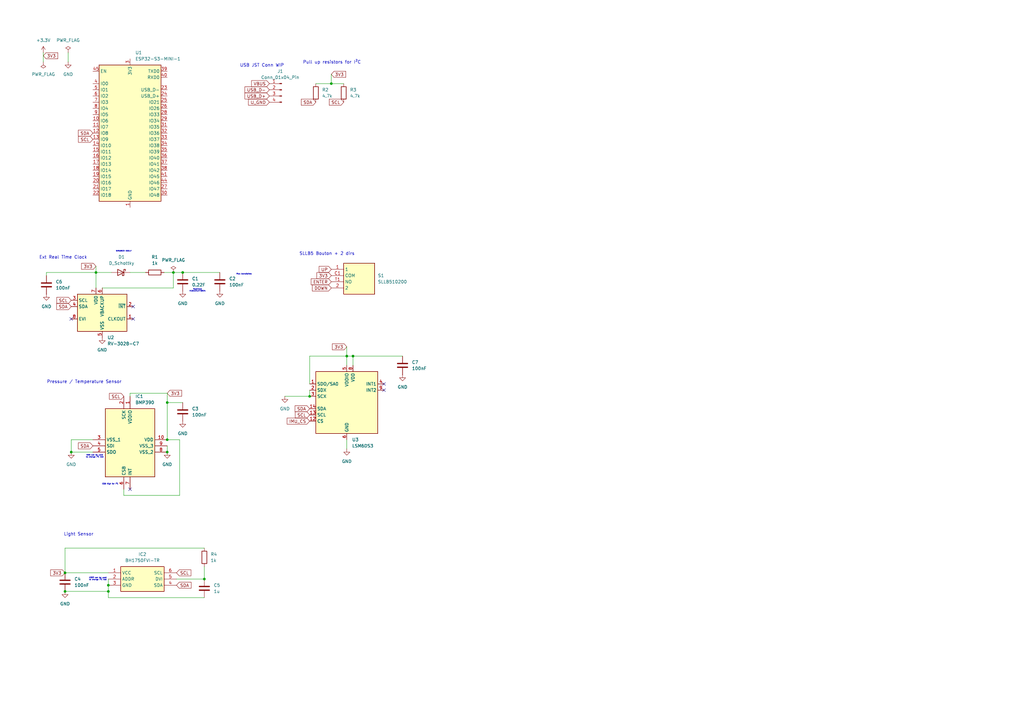
<source format=kicad_sch>
(kicad_sch (version 20250114) (generator "eeschema") (generator_version "9.0")
  (paper "A3")
  (title_block (title "JWatch") (date "2025-08-12") (rev "1.0") (company "Julien Navez"))
  (lib_symbols
    (symbol "BH1750FVI-TR:BH1750FVI-TR"
      (property "Reference" "IC" (at 24.13 7.62 0))
      (property "Value" "BH1750FVI-TR" (at 24.13 5.08 0))
      (symbol "BH1750FVI-TR_1_1"
        (rectangle (start 5.08 2.54) (end 22.86 -7.62) (stroke (width 0.254)) (fill (type background)))
        (pin passive line (at 0 0 0) (length 5.08) (name "VCC") (number "1"))
        (pin passive line (at 0 -2.54 0) (length 5.08) (name "ADDR") (number "2"))
        (pin passive line (at 0 -5.08 0) (length 5.08) (name "GND") (number "3"))
        (pin passive line (at 27.94 0 180) (length 5.08) (name "SCL") (number "6"))
        (pin passive line (at 27.94 -2.54 180) (length 5.08) (name "DVI") (number "5"))
        (pin passive line (at 27.94 -5.08 180) (length 5.08) (name "SDA") (number "4"))
      )
    )
    (symbol "BMP390:BMP390"
      (property "Reference" "IC" (at 26.67 17.78 0))
      (property "Value" "BMP390" (at 26.67 15.24 0))
      (symbol "BMP390_1_1"
        (rectangle (start 5.08 12.7) (end 25.4 -15.24) (stroke (width 0.254)) (fill (type background)))
        (pin passive line (at 0 0 0) (length 5.08) (name "VSS_1") (number "3"))
        (pin passive line (at 0 -2.54 0) (length 5.08) (name "SDI") (number "4"))
        (pin passive line (at 0 -5.08 0) (length 5.08) (name "SDO") (number "5"))
        (pin passive line (at 12.7 17.78 270) (length 5.08) (name "SCK") (number "2"))
        (pin passive line (at 12.7 -20.32 90) (length 5.08) (name "CSB") (number "6"))
        (pin passive line (at 15.24 17.78 270) (length 5.08) (name "VDDIO") (number "1"))
        (pin passive line (at 15.24 -20.32 90) (length 5.08) (name "INT") (number "7"))
        (pin passive line (at 30.48 0 180) (length 5.08) (name "VDD") (number "10"))
        (pin passive line (at 30.48 -2.54 180) (length 5.08) (name "VSS_3") (number "9"))
        (pin passive line (at 30.48 -5.08 180) (length 5.08) (name "VSS_2") (number "8"))
      )
    )
    (symbol "Connector:Conn_01x04_Pin" (pin_names (offset 1.016) (hide yes))
      (property "Reference" "J" (at 0 5.08 0))
      (property "Value" "Conn_01x04_Pin" (at 0 -7.62 0))
      (symbol "Conn_01x04_Pin_1_1"
        (rectangle (start 0.8636 2.667) (end 0 2.413) (stroke (width 0.1524)) (fill (type outline)))
        (rectangle (start 0.8636 0.127) (end 0 -0.127) (stroke (width 0.1524)) (fill (type outline)))
        (rectangle (start 0.8636 -2.413) (end 0 -2.667) (stroke (width 0.1524)) (fill (type outline)))
        (rectangle (start 0.8636 -4.953) (end 0 -5.207) (stroke (width 0.1524)) (fill (type outline)))
        (polyline (pts (xy 1.27 2.54) (xy 0.8636 2.54)) (stroke (width 0.1524)))
        (polyline (pts (xy 1.27 0) (xy 0.8636 0)) (stroke (width 0.1524)))
        (polyline (pts (xy 1.27 -2.54) (xy 0.8636 -2.54)) (stroke (width 0.1524)))
        (polyline (pts (xy 1.27 -5.08) (xy 0.8636 -5.08)) (stroke (width 0.1524)))
        (pin passive line (at 5.08 2.54 180) (length 3.81) (name "Pin_1") (number "1"))
        (pin passive line (at 5.08 0 180) (length 3.81) (name "Pin_2") (number "2"))
        (pin passive line (at 5.08 -2.54 180) (length 3.81) (name "Pin_3") (number "3"))
        (pin passive line (at 5.08 -5.08 180) (length 3.81) (name "Pin_4") (number "4"))
      )
    )
    (symbol "Device:C" (pin_numbers (hide yes)) (pin_names (offset 0.254))
      (property "Reference" "C" (at 0.635 2.54 0))
      (property "Value" "C" (at 0.635 -2.54 0))
      (symbol "C_0_1"
        (polyline (pts (xy -2.032 0.762) (xy 2.032 0.762)) (stroke (width 0.508)))
        (polyline (pts (xy -2.032 -0.762) (xy 2.032 -0.762)) (stroke (width 0.508)))
      )
      (symbol "C_1_1"
        (pin passive line (at 0 3.81 270) (length 2.794) (name "~") (number "1"))
        (pin passive line (at 0 -3.81 90) (length 2.794) (name "~") (number "2"))
      )
    )
    (symbol "Device:D_Schottky" (pin_numbers (hide yes)) (pin_names (offset 1.016) (hide yes))
      (property "Reference" "D" (at 0 2.54 0))
      (property "Value" "D_Schottky" (at 0 -2.54 0))
      (symbol "D_Schottky_0_1"
        (polyline (pts (xy -1.905 0.635) (xy -1.905 1.27) (xy -1.27 1.27) (xy -1.27 -1.27) (xy -0.635 -1.27) (xy -0.635 -0.635)) (stroke (width 0.254)))
        (polyline (pts (xy 1.27 1.27) (xy 1.27 -1.27) (xy -1.27 0) (xy 1.27 1.27)) (stroke (width 0.254)))
        (polyline (pts (xy 1.27 0) (xy -1.27 0)))
      )
      (symbol "D_Schottky_1_1"
        (pin passive line (at -3.81 0 0) (length 2.54) (name "K") (number "1"))
        (pin passive line (at 3.81 0 180) (length 2.54) (name "A") (number "2"))
      )
    )
    (symbol "Device:R" (pin_numbers (hide yes)) (pin_names (offset 0))
      (property "Reference" "R" (at 2.032 0 90))
      (property "Value" "R" (at 0 0 90))
      (symbol "R_0_1"
        (rectangle (start -1.016 -2.54) (end 1.016 2.54) (stroke (width 0.254)))
      )
      (symbol "R_1_1"
        (pin passive line (at 0 3.81 270) (length 1.27) (name "~") (number "1"))
        (pin passive line (at 0 -3.81 90) (length 1.27) (name "~") (number "2"))
      )
    )
    (symbol "RF_Module:ESP32-S3-MINI-1"
      (property "Reference" "U" (at -11.43 29.21 0))
      (property "Value" "ESP32-S3-MINI-1" (at 12.7 29.21 0))
      (symbol "ESP32-S3-MINI-1_0_1"
        (rectangle (start -12.7 27.94) (end 12.7 -27.94) (stroke (width 0.254)) (fill (type background)))
      )
      (symbol "ESP32-S3-MINI-1_1_1"
        (pin input line (at -15.24 25.4 0) (length 2.54) (name "EN") (number "45"))
        (pin bidirectional line (at -15.24 20.32 0) (length 2.54) (name "IO0") (number "4"))
        (pin bidirectional line (at -15.24 17.78 0) (length 2.54) (name "IO1") (number "5"))
        (pin bidirectional line (at -15.24 15.24 0) (length 2.54) (name "IO2") (number "6"))
        (pin bidirectional line (at -15.24 12.7 0) (length 2.54) (name "IO3") (number "7"))
        (pin bidirectional line (at -15.24 10.16 0) (length 2.54) (name "IO4") (number "8"))
        (pin bidirectional line (at -15.24 7.62 0) (length 2.54) (name "IO5") (number "9"))
        (pin bidirectional line (at -15.24 5.08 0) (length 2.54) (name "IO6") (number "10"))
        (pin bidirectional line (at -15.24 2.54 0) (length 2.54) (name "IO7") (number "11"))
        (pin bidirectional line (at -15.24 0 0) (length 2.54) (name "IO8") (number "12"))
        (pin bidirectional line (at -15.24 -2.54 0) (length 2.54) (name "IO9") (number "13"))
        (pin bidirectional line (at -15.24 -5.08 0) (length 2.54) (name "IO10") (number "14"))
        (pin bidirectional line (at -15.24 -7.62 0) (length 2.54) (name "IO11") (number "15"))
        (pin bidirectional line (at -15.24 -10.16 0) (length 2.54) (name "IO12") (number "16"))
        (pin bidirectional line (at -15.24 -12.7 0) (length 2.54) (name "IO13") (number "17"))
        (pin bidirectional line (at -15.24 -15.24 0) (length 2.54) (name "IO14") (number "18"))
        (pin bidirectional line (at -15.24 -17.78 0) (length 2.54) (name "IO15") (number "19"))
        (pin bidirectional line (at -15.24 -20.32 0) (length 2.54) (name "IO16") (number "20"))
        (pin bidirectional line (at -15.24 -22.86 0) (length 2.54) (name "IO17") (number "21"))
        (pin bidirectional line (at -15.24 -25.4 0) (length 2.54) (name "IO18") (number "22"))
        (pin power_in line (at 0 30.48 270) (length 2.54) (name "3V3") (number "3"))
        (pin power_in line (at 0 -30.48 90) (length 2.54) (name "GND") (number "1"))
        (pin passive line (at 0 -30.48 90) (length 2.54) (hide yes) (name "GND") (number "2"))
        (pin passive line (at 0 -30.48 90) (length 2.54) (hide yes) (name "GND") (number "42"))
        (pin passive line (at 0 -30.48 90) (length 2.54) (hide yes) (name "GND") (number "43"))
        (pin passive line (at 0 -30.48 90) (length 2.54) (hide yes) (name "GND") (number "46"))
        (pin passive line (at 0 -30.48 90) (length 2.54) (hide yes) (name "GND") (number "47"))
        (pin passive line (at 0 -30.48 90) (length 2.54) (hide yes) (name "GND") (number "48"))
        (pin passive line (at 0 -30.48 90) (length 2.54) (hide yes) (name "GND") (number "49"))
        (pin passive line (at 0 -30.48 90) (length 2.54) (hide yes) (name "GND") (number "50"))
        (pin passive line (at 0 -30.48 90) (length 2.54) (hide yes) (name "GND") (number "51"))
        (pin passive line (at 0 -30.48 90) (length 2.54) (hide yes) (name "GND") (number "52"))
        (pin passive line (at 0 -30.48 90) (length 2.54) (hide yes) (name "GND") (number "53"))
        (pin passive line (at 0 -30.48 90) (length 2.54) (hide yes) (name "GND") (number "54"))
        (pin passive line (at 0 -30.48 90) (length 2.54) (hide yes) (name "GND") (number "55"))
        (pin passive line (at 0 -30.48 90) (length 2.54) (hide yes) (name "GND") (number "56"))
        (pin passive line (at 0 -30.48 90) (length 2.54) (hide yes) (name "GND") (number "57"))
        (pin passive line (at 0 -30.48 90) (length 2.54) (hide yes) (name "GND") (number "58"))
        (pin passive line (at 0 -30.48 90) (length 2.54) (hide yes) (name "GND") (number "59"))
        (pin passive line (at 0 -30.48 90) (length 2.54) (hide yes) (name "GND") (number "60"))
        (pin passive line (at 0 -30.48 90) (length 2.54) (hide yes) (name "GND") (number "61"))
        (pin passive line (at 0 -30.48 90) (length 2.54) (hide yes) (name "GND") (number "62"))
        (pin passive line (at 0 -30.48 90) (length 2.54) (hide yes) (name "GND") (number "63"))
        (pin passive line (at 0 -30.48 90) (length 2.54) (hide yes) (name "GND") (number "64"))
        (pin passive line (at 0 -30.48 90) (length 2.54) (hide yes) (name "GND") (number "65"))
        (pin bidirectional line (at 15.24 25.4 180) (length 2.54) (name "TXD0") (number "39"))
        (pin bidirectional line (at 15.24 22.86 180) (length 2.54) (name "RXD0") (number "40"))
        (pin bidirectional line (at 15.24 17.78 180) (length 2.54) (name "USB_D-") (number "23"))
        (pin bidirectional line (at 15.24 15.24 180) (length 2.54) (name "USB_D+") (number "24"))
        (pin bidirectional line (at 15.24 12.7 180) (length 2.54) (name "IO21") (number "25"))
        (pin bidirectional line (at 15.24 10.16 180) (length 2.54) (name "IO26") (number "26"))
        (pin bidirectional line (at 15.24 7.62 180) (length 2.54) (name "IO33") (number "28"))
        (pin bidirectional line (at 15.24 5.08 180) (length 2.54) (name "IO34") (number "29"))
        (pin bidirectional line (at 15.24 2.54 180) (length 2.54) (name "IO35") (number "31"))
        (pin bidirectional line (at 15.24 0 180) (length 2.54) (name "IO36") (number "32"))
        (pin bidirectional line (at 15.24 -2.54 180) (length 2.54) (name "IO37") (number "33"))
        (pin bidirectional line (at 15.24 -5.08 180) (length 2.54) (name "IO38") (number "34"))
        (pin bidirectional line (at 15.24 -7.62 180) (length 2.54) (name "IO39") (number "35"))
        (pin bidirectional line (at 15.24 -10.16 180) (length 2.54) (name "IO40") (number "36"))
        (pin bidirectional line (at 15.24 -12.7 180) (length 2.54) (name "IO41") (number "37"))
        (pin bidirectional line (at 15.24 -15.24 180) (length 2.54) (name "IO42") (number "38"))
        (pin bidirectional line (at 15.24 -17.78 180) (length 2.54) (name "IO45") (number "41"))
        (pin bidirectional line (at 15.24 -20.32 180) (length 2.54) (name "IO46") (number "44"))
        (pin bidirectional line (at 15.24 -22.86 180) (length 2.54) (name "IO47") (number "27"))
        (pin bidirectional line (at 15.24 -25.4 180) (length 2.54) (name "IO48") (number "30"))
      )
    )
    (symbol "SLLB510200:SLLB510200"
      (property "Reference" "S" (at 19.05 7.62 0))
      (property "Value" "SLLB510200" (at 19.05 5.08 0))
      (symbol "SLLB510200_1_1"
        (rectangle (start 5.08 2.54) (end 17.78 -10.16) (stroke (width 0.254)) (fill (type background)))
        (pin passive line (at 0 0 0) (length 5.08) (name "1") (number "1"))
        (pin passive line (at 0 -2.54 0) (length 5.08) (name "COM") (number "C1"))
        (pin passive line (at 0 -5.08 0) (length 5.08) (name "NO") (number "T1"))
        (pin passive line (at 0 -7.62 0) (length 5.08) (name "2") (number "2"))
      )
    )
    (symbol "Sensor_Motion:LSM6DS3"
      (property "Reference" "U" (at -11.43 15.24 0))
      (property "Value" "LSM6DS3" (at -11.43 12.7 0))
      (symbol "LSM6DS3_0_1"
        (rectangle (start -12.7 12.7) (end 12.7 -12.7) (stroke (width 0.254)) (fill (type background)))
      )
      (symbol "LSM6DS3_1_1"
        (pin bidirectional line (at -15.24 7.62 0) (length 2.54) (name "SDO/SA0") (number "1"))
        (pin bidirectional line (at -15.24 5.08 0) (length 2.54) (name "SDX") (number "2"))
        (pin input line (at -15.24 2.54 0) (length 2.54) (name "SCX") (number "3"))
        (pin bidirectional line (at -15.24 -2.54 0) (length 2.54) (name "SDA") (number "14"))
        (pin input line (at -15.24 -5.08 0) (length 2.54) (name "SCL") (number "13"))
        (pin input line (at -15.24 -7.62 0) (length 2.54) (name "CS") (number "12"))
        (pin power_in line (at 0 15.24 270) (length 2.54) (name "VDDIO") (number "5"))
        (pin power_in line (at 0 -15.24 90) (length 2.54) (name "GND") (number "6"))
        (pin passive line (at 0 -15.24 90) (length 2.54) (hide yes) (name "GND") (number "7"))
        (pin power_in line (at 2.54 15.24 270) (length 2.54) (name "VDD") (number "8"))
        (pin no_connect line (at 12.7 -2.54 180) (length 3.81) (hide yes) (name "NC") (number "11"))
        (pin no_connect line (at 12.7 -5.08 180) (length 3.81) (hide yes) (name "NC") (number "10"))
        (pin output line (at 15.24 7.62 180) (length 2.54) (name "INT1") (number "4"))
        (pin output line (at 15.24 5.08 180) (length 2.54) (name "INT2") (number "9"))
      )
    )
    (symbol "Timer_RTC:RV-3028-C7"
      (property "Reference" "U" (at -8.89 8.89 0))
      (property "Value" "RV-3028-C7" (at 7.62 8.89 0))
      (symbol "RV-3028-C7_0_1"
        (rectangle (start -10.16 7.62) (end 10.16 -7.62) (stroke (width 0.254)) (fill (type background)))
      )
      (symbol "RV-3028-C7_1_1"
        (pin input line (at -12.7 5.08 0) (length 2.54) (name "SCL") (number "3"))
        (pin bidirectional line (at -12.7 2.54 0) (length 2.54) (name "SDA") (number "4"))
        (pin input line (at -12.7 -2.54 0) (length 2.54) (name "EVI") (number "8"))
        (pin power_in line (at -2.54 10.16 270) (length 2.54) (name "VDD") (number "7"))
        (pin power_in line (at 0 10.16 270) (length 2.54) (name "VBACKUP") (number "6"))
        (pin power_in line (at 0 -10.16 90) (length 2.54) (name "VSS") (number "5"))
        (pin open_collector line (at 12.7 2.54 180) (length 2.54) (name "~{INT}") (number "2"))
        (pin output line (at 12.7 -2.54 180) (length 2.54) (name "CLKOUT") (number "1"))
      )
    )
    (symbol "power:+3.3V" (power) (pin_numbers (hide yes)) (pin_names (offset 0) (hide yes))
      (property "Value" "+3.3V" (at 0 3.556 0))
      (symbol "+3.3V_0_1"
        (polyline (pts (xy -0.762 1.27) (xy 0 2.54)))
        (polyline (pts (xy 0 2.54) (xy 0.762 1.27)))
        (polyline (pts (xy 0 0) (xy 0 2.54)))
      )
      (symbol "+3.3V_1_1"
        (pin power_in line (at 0 0 90) (length 0) (name "~") (number "1"))
      )
    )
    (symbol "power:GND" (power) (pin_numbers (hide yes)) (pin_names (offset 0) (hide yes))
      (property "Value" "GND" (at 0 -3.81 0))
      (symbol "GND_0_1"
        (polyline (pts (xy 0 0) (xy 0 -1.27) (xy 1.27 -1.27) (xy 0 -2.54) (xy -1.27 -1.27) (xy 0 -1.27)))
      )
      (symbol "GND_1_1"
        (pin power_in line (at 0 0 270) (length 0) (name "~") (number "1"))
      )
    )
    (symbol "power:PWR_FLAG" (power) (pin_numbers (hide yes)) (pin_names (offset 0) (hide yes))
      (property "Value" "PWR_FLAG" (at 0 3.81 0))
      (symbol "PWR_FLAG_0_0"
        (pin power_out line (at 0 0 90) (length 0) (name "~") (number "1"))
      )
      (symbol "PWR_FLAG_0_1"
        (polyline (pts (xy 0 0) (xy 0 1.27) (xy -1.016 1.905) (xy 0 2.54) (xy 1.016 1.905) (xy 0 1.27)))
      )
    )
  )
  (text "SMS3922-001LF" (at 50.8 103.124 0) (effects (font (size 0.508 0.508))))
  (text "ADDR can be used\nto change I²C Add" (at 40.132 237.49 0) (effects (font (size 0.508 0.508))))
  (text "SLLB5 Bouton + 2 dirs" (at 134.112 104.14 0) (effects (font (size 1.27 1.27))))
  (text "Ext Real Time Clock" (at 25.908 105.664 0) (effects (font (size 1.27 1.27))))
  (text "Pics transitoires" (at 100.076 112.522 0) (effects (font (size 0.508 0.508))))
  (text "Supercap\nFC0V224ZFTBR24" (at 81.026 119.126 0) (effects (font (size 0.508 0.508))))
  (text "Pull up resistors for I²C" (at 136.144 25.654 0) (effects (font (size 1.27 1.27))))
  (text "USB JST Conn WIP" (at 107.442 26.924 0) (effects (font (size 1.27 1.27))))
  (text "Light Sensor\n" (at 32.258 219.202 0) (effects (font (size 1.27 1.27))))
  (text "CSB High for I²C" (at 45.212 198.628 0) (effects (font (size 0.508 0.508))))
  (text "SDO can be used\nto change I²C Add" (at 38.862 187.198 0) (effects (font (size 0.508 0.508))))
  (text "Pressure / Temperature Sensor" (at 34.544 156.718 0) (effects (font (size 1.27 1.27))))
  (junction (at 44.45 240.03))
  (junction (at 142.24 146.05))
  (junction (at 26.67 242.57))
  (junction (at 39.37 111.76))
  (junction (at 29.21 185.42))
  (junction (at 83.82 237.49))
  (junction (at 74.93 111.76))
  (junction (at 26.67 234.95))
  (junction (at 127 162.56))
  (junction (at 135.89 34.29))
  (junction (at 68.58 165.1))
  (junction (at 144.78 146.05))
  (junction (at 44.45 242.57))
  (junction (at 68.58 185.42))
  (junction (at 71.12 111.76))
  (junction (at 68.58 180.34))
  (no_connect (at 29.21 130.81))
  (no_connect (at 157.48 157.48))
  (no_connect (at 54.61 130.81))
  (no_connect (at 53.34 200.66))
  (no_connect (at 157.48 160.02))
  (no_connect (at 54.61 125.73))
  (wire (pts (xy 41.91 118.11) (xy 71.12 118.11)))
  (wire (pts (xy 44.45 237.49) (xy 44.45 240.03)))
  (wire (pts (xy 50.8 200.66) (xy 50.8 203.2)))
  (wire (pts (xy 68.58 161.29) (xy 68.58 165.1)))
  (wire (pts (xy 29.21 185.42) (xy 29.21 180.34)))
  (wire (pts (xy 72.39 237.49) (xy 83.82 237.49)))
  (wire (pts (xy 73.66 203.2) (xy 73.66 180.34)))
  (wire (pts (xy 142.24 142.24) (xy 142.24 146.05)))
  (wire (pts (xy 29.21 180.34) (xy 38.1 180.34)))
  (wire (pts (xy 83.82 245.11) (xy 44.45 245.11)))
  (wire (pts (xy 39.37 111.76) (xy 45.72 111.76)))
  (wire (pts (xy 135.89 30.48) (xy 135.89 34.29)))
  (wire (pts (xy 27.94 25.4) (xy 27.94 21.59)))
  (wire (pts (xy 127 160.02) (xy 127 162.56)))
  (wire (pts (xy 44.45 242.57) (xy 26.67 242.57)))
  (wire (pts (xy 144.78 149.86) (xy 144.78 146.05)))
  (wire (pts (xy 83.82 224.79) (xy 26.67 224.79)))
  (wire (pts (xy 144.78 146.05) (xy 142.24 146.05)))
  (wire (pts (xy 26.67 234.95) (xy 44.45 234.95)))
  (wire (pts (xy 127 146.05) (xy 127 157.48)))
  (wire (pts (xy 68.58 165.1) (xy 74.93 165.1)))
  (wire (pts (xy 39.37 109.22) (xy 39.37 111.76)))
  (wire (pts (xy 68.58 182.88) (xy 68.58 185.42)))
  (wire (pts (xy 142.24 149.86) (xy 142.24 146.05)))
  (wire (pts (xy 129.54 34.29) (xy 135.89 34.29)))
  (wire (pts (xy 50.8 203.2) (xy 73.66 203.2)))
  (wire (pts (xy 74.93 111.76) (xy 90.17 111.76)))
  (wire (pts (xy 53.34 161.29) (xy 53.34 162.56)))
  (wire (pts (xy 44.45 245.11) (xy 44.45 242.57)))
  (wire (pts (xy 68.58 165.1) (xy 68.58 180.34)))
  (wire (pts (xy 19.05 111.76) (xy 19.05 113.03)))
  (wire (pts (xy 44.45 240.03) (xy 44.45 242.57)))
  (wire (pts (xy 73.66 180.34) (xy 68.58 180.34)))
  (wire (pts (xy 142.24 184.15) (xy 142.24 180.34)))
  (wire (pts (xy 144.78 146.05) (xy 165.1 146.05)))
  (wire (pts (xy 83.82 232.41) (xy 83.82 237.49)))
  (wire (pts (xy 59.69 111.76) (xy 53.34 111.76)))
  (wire (pts (xy 71.12 111.76) (xy 71.12 118.11)))
  (wire (pts (xy 135.89 34.29) (xy 140.97 34.29)))
  (wire (pts (xy 68.58 161.29) (xy 53.34 161.29)))
  (wire (pts (xy 39.37 111.76) (xy 39.37 118.11)))
  (wire (pts (xy 29.21 185.42) (xy 38.1 185.42)))
  (wire (pts (xy 71.12 111.76) (xy 74.93 111.76)))
  (wire (pts (xy 116.84 162.56) (xy 127 162.56)))
  (wire (pts (xy 26.67 224.79) (xy 26.67 234.95)))
  (wire (pts (xy 67.31 111.76) (xy 71.12 111.76)))
  (wire (pts (xy 39.37 111.76) (xy 19.05 111.76)))
  (wire (pts (xy 142.24 146.05) (xy 127 146.05)))
  (wire (pts (xy 17.78 25.4) (xy 17.78 21.59)))
  (global_label "SCL" (shape input) (at 127 170.18 180) (property "Intersheetrefs" "${INTERSHEET_REFS}" (effects (hide yes))))
  (global_label "3V3" (shape input) (at 17.78 22.86 0) (property "Intersheetrefs" "${INTERSHEET_REFS}" (effects (hide yes))))
  (global_label "UP" (shape input) (at 135.89 110.49 180) (property "Intersheetrefs" "${INTERSHEET_REFS}" (effects (hide yes))))
  (global_label "VBUS" (shape input) (at 110.49 34.29 180) (property "Intersheetrefs" "${INTERSHEET_REFS}" (effects (hide yes))))
  (global_label "SCL" (shape input) (at 72.39 234.95 0) (property "Intersheetrefs" "${INTERSHEET_REFS}" (effects (hide yes))))
  (global_label "SDA" (shape input) (at 127 167.64 180) (property "Intersheetrefs" "${INTERSHEET_REFS}" (effects (hide yes))))
  (global_label "3V3" (shape input) (at 142.24 142.24 180) (property "Intersheetrefs" "${INTERSHEET_REFS}" (effects (hide yes))))
  (global_label "IMU_CS" (shape input) (at 127 172.72 180) (property "Intersheetrefs" "${INTERSHEET_REFS}" (effects (hide yes))))
  (global_label "ENTER" (shape input) (at 135.89 115.57 180) (property "Intersheetrefs" "${INTERSHEET_REFS}" (effects (hide yes))))
  (global_label "SDA" (shape input) (at 38.1 182.88 180) (property "Intersheetrefs" "${INTERSHEET_REFS}" (effects (hide yes))))
  (global_label "3V3" (shape input) (at 26.67 234.95 180) (property "Intersheetrefs" "${INTERSHEET_REFS}" (effects (hide yes))))
  (global_label "SDA" (shape input) (at 29.21 125.73 180) (property "Intersheetrefs" "${INTERSHEET_REFS}" (effects (hide yes))))
  (global_label "3V3" (shape input) (at 68.58 161.29 0) (property "Intersheetrefs" "${INTERSHEET_REFS}" (effects (hide yes))))
  (global_label "SCL" (shape input) (at 38.1 57.15 180) (property "Intersheetrefs" "${INTERSHEET_REFS}" (effects (hide yes))))
  (global_label "SCL" (shape input) (at 140.97 41.91 180) (property "Intersheetrefs" "${INTERSHEET_REFS}" (effects (hide yes))))
  (global_label "3V3" (shape input) (at 135.89 113.03 180) (property "Intersheetrefs" "${INTERSHEET_REFS}" (effects (hide yes))))
  (global_label "U_GND" (shape input) (at 110.49 41.91 180) (property "Intersheetrefs" "${INTERSHEET_REFS}" (effects (hide yes))))
  (global_label "SCL" (shape input) (at 29.21 123.19 180) (property "Intersheetrefs" "${INTERSHEET_REFS}" (effects (hide yes))))
  (global_label "USB_D-" (shape input) (at 110.49 36.83 180) (property "Intersheetrefs" "${INTERSHEET_REFS}" (effects (hide yes))))
  (global_label "USB_D+" (shape input) (at 110.49 39.37 180) (property "Intersheetrefs" "${INTERSHEET_REFS}" (effects (hide yes))))
  (global_label "SDA" (shape input) (at 72.39 240.03 0) (property "Intersheetrefs" "${INTERSHEET_REFS}" (effects (hide yes))))
  (global_label "SDA" (shape input) (at 129.54 41.91 180) (property "Intersheetrefs" "${INTERSHEET_REFS}" (effects (hide yes))))
  (global_label "SCL" (shape input) (at 50.8 162.56 180) (property "Intersheetrefs" "${INTERSHEET_REFS}" (effects (hide yes))))
  (global_label "3V3" (shape input) (at 135.89 30.48 0) (property "Intersheetrefs" "${INTERSHEET_REFS}" (effects (hide yes))))
  (global_label "DOWN" (shape input) (at 135.89 118.11 180) (property "Intersheetrefs" "${INTERSHEET_REFS}" (effects (hide yes))))
  (global_label "3V3" (shape input) (at 39.37 109.22 180) (property "Intersheetrefs" "${INTERSHEET_REFS}" (effects (hide yes))))
  (global_label "SDA" (shape input) (at 38.1 54.61 180) (property "Intersheetrefs" "${INTERSHEET_REFS}" (effects (hide yes))))
  (symbol (lib_id "Device:R") (at 83.82 228.6 0) (unit 1)
    (property "Reference" "R4" (at 86.36 227.3299 0) (effects (justify left)))
    (property "Value" "1k" (at 86.36 229.8699 0) (effects (justify left)))
    (property "Description" "Resistor" (effects (hide yes)))
  )
  (symbol (lib_id "Device:C") (at 83.82 241.3 0) (unit 1)
    (property "Reference" "C5" (at 87.63 240.0299 0) (effects (justify left)))
    (property "Value" "1u" (at 87.63 242.5699 0) (effects (justify left)))
    (property "Description" "Unpolarized capacitor" (effects (hide yes)))
  )
  (symbol (lib_id "power:GND") (at 74.93 172.72 0) (unit 1)
    (property "Reference" "#PWR011" (effects (hide yes)))
    (property "Value" "GND" (at 74.93 177.8 0))
    (property "Description" "Power symbol creates a global label with name \"GND\" , ground" (effects (hide yes)))
  )
  (symbol (lib_id "Device:C") (at 74.93 168.91 0) (unit 1)
    (property "Reference" "C3" (at 78.74 167.6399 0) (effects (justify left)))
    (property "Value" "100nF" (at 78.74 170.1799 0) (effects (justify left)))
    (property "Description" "Unpolarized capacitor" (effects (hide yes)))
  )
  (symbol (lib_id "Device:C") (at 90.17 115.57 0) (unit 1)
    (property "Reference" "C2" (at 93.98 114.2999 0) (effects (justify left)))
    (property "Value" "100nF" (at 93.98 116.8399 0) (effects (justify left)))
    (property "Description" "Unpolarized capacitor" (effects (hide yes)))
  )
  (symbol (lib_id "RF_Module:ESP32-S3-MINI-1") (at 53.34 54.61 0) (unit 1)
    (property "Reference" "U1" (at 55.4833 21.59 0) (effects (justify left)))
    (property "Value" "ESP32-S3-MINI-1" (at 55.4833 24.13 0) (effects (justify left)))
    (property "Footprint" "RF_Module:ESP32-S2-MINI-1" (effects (hide yes)))
    (property "Datasheet" "https://www.espressif.com/sites/default/files/documentation/esp32-s3-mini-1_mini-1u_datasheet_en.pdf" (effects (hide yes)))
    (property "Description" "RF Module, ESP32-S3 SoC, Wi-Fi 802.11b/g/n, Bluetooth, BLE, 32-bit, 3.3V, SMD, onboard antenna" (effects (hide yes)))
  )
  (symbol (lib_id "power:GND") (at 68.58 185.42 0) (unit 1)
    (property "Reference" "#PWR08" (effects (hide yes)))
    (property "Value" "GND" (at 68.58 190.5 0))
    (property "Description" "Power symbol creates a global label with name \"GND\" , ground" (effects (hide yes)))
  )
  (symbol (lib_id "Device:D_Schottky") (at 49.53 111.76 0) (mirror y) (unit 1)
    (property "Reference" "D1" (at 49.8475 105.41 0))
    (property "Value" "D_Schottky" (at 49.8475 107.95 0))
    (property "Description" "Schottky diode" (effects (hide yes)))
  )
  (symbol (lib_id "BMP390:BMP390") (at 38.1 180.34 0) (unit 1)
    (property "Reference" "IC1" (at 55.4833 162.56 0) (effects (justify left)))
    (property "Value" "BMP390" (at 55.4833 165.1 0) (effects (justify left)))
    (property "Footprint" "BMP390" (effects (hide yes)))
    (property "Datasheet" "https://www.bosch-sensortec.com/media/boschsensortec/downloads/datasheets/bst-bmp390-ds002.pdf" (effects (hide yes)))
    (property "Description" "Board Mount Pressure Sensors" (effects (hide yes)))
    (property "Height" "0.8" (effects (hide yes)))
    (property "Manufacturer_Name" "BOSCH" (effects (hide yes)))
    (property "Manufacturer_Part_Number" "BMP390" (effects (hide yes)))
    (property "Mouser Part Number" "262-BMP390" (effects (hide yes)))
    (property "Mouser Price/Stock" "https://www.mouser.co.uk/ProductDetail/Bosch-Sensortec/BMP390?qs=QNEnbhJQKvYQVfvRMgo2YA%3D%3D" (effects (hide yes)))
    (property "Arrow Part Number" "BMP390" (effects (hide yes)))
    (property "Arrow Price/Stock" "https://www.arrow.com/en/products/bmp390/bosch-sensortec?utm_currency=USD&region=nac" (effects (hide yes)))
  )
  (symbol (lib_id "Timer_RTC:RV-3028-C7") (at 41.91 128.27 0) (unit 1)
    (property "Reference" "U2" (at 44.0533 138.43 0) (effects (justify left)))
    (property "Value" "RV-3028-C7" (at 44.0533 140.97 0) (effects (justify left)))
    (property "Footprint" "Package_SON:MicroCrystal_C7_SON-8_1.5x3.2mm_P0.9mm" (effects (hide yes)))
    (property "Datasheet" "https://www.microcrystal.com/fileadmin/Media/Products/RTC/Datasheet/RV-3028-C7.pdf" (effects (hide yes)))
    (property "Description" "Realtime Clock/Calendar I2C Interface, Extreme Low Power, 1.1 V to 5.5 V, MicroCrystal C7" (effects (hide yes)))
  )
  (symbol (lib_id "Device:C") (at 165.1 149.86 0) (unit 1)
    (property "Reference" "C7" (at 168.91 148.5899 0) (effects (justify left)))
    (property "Value" "100nF" (at 168.91 151.1299 0) (effects (justify left)))
    (property "Description" "Unpolarized capacitor" (effects (hide yes)))
  )
  (symbol (lib_id "Device:R") (at 63.5 111.76 90) (unit 1)
    (property "Reference" "R1" (at 63.5 105.41 90))
    (property "Value" "1k" (at 63.5 107.95 90))
    (property "Description" "Resistor" (effects (hide yes)))
  )
  (symbol (lib_id "power:GND") (at 26.67 242.57 0) (unit 1)
    (property "Reference" "#PWR012" (effects (hide yes)))
    (property "Value" "GND" (at 26.67 247.65 0))
    (property "Description" "Power symbol creates a global label with name \"GND\" , ground" (effects (hide yes)))
  )
  (symbol (lib_id "power:GND") (at 165.1 153.67 0) (unit 1)
    (property "Reference" "#PWR07" (effects (hide yes)))
    (property "Value" "GND" (at 165.1 158.75 0))
    (property "Description" "Power symbol creates a global label with name \"GND\" , ground" (effects (hide yes)))
  )
  (symbol (lib_id "power:GND") (at 142.24 184.15 0) (unit 1)
    (property "Reference" "#PWR04" (effects (hide yes)))
    (property "Value" "GND" (at 142.24 189.23 0))
    (property "Description" "Power symbol creates a global label with name \"GND\" , ground" (effects (hide yes)))
  )
  (symbol (lib_id "power:GND") (at 90.17 119.38 0) (unit 1)
    (property "Reference" "#PWR06" (effects (hide yes)))
    (property "Value" "GND" (at 90.17 124.46 0))
    (property "Description" "Power symbol creates a global label with name \"GND\" , ground" (effects (hide yes)))
  )
  (symbol (lib_id "power:GND") (at 27.94 25.4 0) (unit 1)
    (property "Reference" "#PWR02" (effects (hide yes)))
    (property "Value" "GND" (at 27.94 30.48 0))
    (property "Description" "Power symbol creates a global label with name \"GND\" , ground" (effects (hide yes)))
  )
  (symbol (lib_id "Sensor_Motion:LSM6DS3") (at 142.24 165.1 0) (unit 1)
    (property "Reference" "U3" (at 144.3833 180.34 0) (effects (justify left)))
    (property "Value" "LSM6DS3" (at 144.3833 182.88 0) (effects (justify left)))
    (property "Footprint" "Package_LGA:LGA-14_3x2.5mm_P0.5mm_LayoutBorder3x4y" (effects (hide yes)))
    (property "Datasheet" "https://www.st.com/resource/en/datasheet/lsm6ds3tr-c.pdf" (effects (hide yes)))
    (property "Description" "I2C/SPI, iNEMO inertial module: always-on 3D accelerometer and 3D gyroscope" (effects (hide yes)))
  )
  (symbol (lib_id "Connector:Conn_01x04_Pin") (at 115.57 36.83 0) (mirror y) (unit 1)
    (property "Reference" "J1" (at 114.935 29.21 0))
    (property "Value" "Conn_01x04_Pin" (at 114.935 31.75 0))
    (property "Description" "Generic connector, single row, 01x04, script generated" (effects (hide yes)))
  )
  (symbol (lib_id "power:PWR_FLAG") (at 71.12 111.76 0) (unit 1)
    (property "Reference" "#FLG03" (effects (hide yes)))
    (property "Value" "PWR_FLAG" (at 71.12 106.68 0))
    (property "Description" "Special symbol for telling ERC where power comes from" (effects (hide yes)))
  )
  (symbol (lib_id "Device:C") (at 19.05 116.84 0) (unit 1)
    (property "Reference" "C6" (at 22.86 115.5699 0) (effects (justify left)))
    (property "Value" "100nF" (at 22.86 118.1099 0) (effects (justify left)))
    (property "Description" "Unpolarized capacitor" (effects (hide yes)))
  )
  (symbol (lib_id "power:GND") (at 41.91 138.43 0) (unit 1)
    (property "Reference" "#PWR03" (effects (hide yes)))
    (property "Value" "GND" (at 41.91 143.51 0))
    (property "Description" "Power symbol creates a global label with name \"GND\" , ground" (effects (hide yes)))
  )
  (symbol (lib_id "Device:C") (at 26.67 238.76 0) (unit 1)
    (property "Reference" "C4" (at 30.48 237.4899 0) (effects (justify left)))
    (property "Value" "100nF" (at 30.48 240.0299 0) (effects (justify left)))
    (property "Description" "Unpolarized capacitor" (effects (hide yes)))
  )
  (symbol (lib_id "power:GND") (at 19.05 120.65 0) (unit 1)
    (property "Reference" "#PWR014" (effects (hide yes)))
    (property "Value" "GND" (at 19.05 125.73 0))
    (property "Description" "Power symbol creates a global label with name \"GND\" , ground" (effects (hide yes)))
  )
  (symbol (lib_id "power:GND") (at 74.93 119.38 0) (unit 1)
    (property "Reference" "#PWR05" (effects (hide yes)))
    (property "Value" "GND" (at 74.93 124.46 0))
    (property "Description" "Power symbol creates a global label with name \"GND\" , ground" (effects (hide yes)))
  )
  (symbol (lib_id "Device:R") (at 129.54 38.1 0) (unit 1)
    (property "Reference" "R2" (at 132.08 36.8299 0) (effects (justify left)))
    (property "Value" "4.7k" (at 132.08 39.3699 0) (effects (justify left)))
    (property "Description" "Resistor" (effects (hide yes)))
  )
  (symbol (lib_id "BH1750FVI-TR:BH1750FVI-TR") (at 44.45 234.95 0) (unit 1)
    (property "Reference" "IC2" (at 58.42 227.33 0))
    (property "Value" "BH1750FVI-TR" (at 58.42 229.87 0))
    (property "Footprint" "WSOF6" (effects (hide yes)))
    (property "Datasheet" "https://componentsearchengine.com/Datasheets/2/BH1750FVI-TR.pdf" (effects (hide yes)))
    (property "Description" "Ambient Light Sensor,16bit,I2C,WSOF6I ROHM BH1750FVI-TR Ambient Light Sensor Unit Surface Mount" (effects (hide yes)))
    (property "Manufacturer_Name" "ROHM Semiconductor" (effects (hide yes)))
    (property "Manufacturer_Part_Number" "BH1750FVI-TR" (effects (hide yes)))
    (property "Mouser Part Number" "755-BH1750FVI-TR" (effects (hide yes)))
    (property "Mouser Price/Stock" "https://www.mouser.co.uk/ProductDetail/ROHM-Semiconductor/BH1750FVI-TR?qs=phc6PQ%252BTPUNy88lRCs6mVA%3D%3D" (effects (hide yes)))
    (property "Arrow Part Number" "BH1750FVI-TR" (effects (hide yes)))
    (property "Arrow Price/Stock" "https://www.arrow.com/en/products/bh1750fvi-tr/rohm-semiconductor" (effects (hide yes)))
  )
  (symbol (lib_id "SLLB510200:SLLB510200") (at 135.89 110.49 0) (unit 1)
    (property "Reference" "S1" (at 154.94 113.0299 0) (effects (justify left)))
    (property "Value" "SLLB510200" (at 154.94 115.5699 0) (effects (justify left)))
    (property "Footprint" "SLLB510200" (effects (hide yes)))
    (property "Datasheet" "https://tech.alpsalpine.com/e/products/detail/SLLB510200/" (effects (hide yes)))
    (property "Description" "Multi-Directional Switches Lever push w/o lug 9.5x8.8x2.2mm Lever and Push Operation Type SLLB5 Series" (effects (hide yes)))
    (property "Height" "2.2" (effects (hide yes)))
    (property "Manufacturer_Name" "ALPS Electric" (effects (hide yes)))
    (property "Manufacturer_Part_Number" "SLLB510200" (effects (hide yes)))
    (property "Mouser Part Number" "688-SLLB510200" (effects (hide yes)))
    (property "Mouser Price/Stock" "https://www.mouser.co.uk/ProductDetail/Alps-Alpine/SLLB510200?qs=fMKjfF2mFojOLM7zSE4Zew%3D%3D" (effects (hide yes)))
  )
  (symbol (lib_id "power:GND") (at 116.84 162.56 0) (unit 1)
    (property "Reference" "#PWR010" (effects (hide yes)))
    (property "Value" "GND" (at 116.84 167.64 0))
    (property "Description" "Power symbol creates a global label with name \"GND\" , ground" (effects (hide yes)))
  )
  (symbol (lib_id "power:GND") (at 29.21 185.42 0) (unit 1)
    (property "Reference" "#PWR09" (effects (hide yes)))
    (property "Value" "GND" (at 29.21 190.5 0))
    (property "Description" "Power symbol creates a global label with name \"GND\" , ground" (effects (hide yes)))
  )
  (symbol (lib_id "power:+3.3V") (at 17.78 21.59 0) (unit 1)
    (property "Reference" "#PWR01" (effects (hide yes)))
    (property "Value" "+3.3V" (at 17.78 16.51 0))
    (property "Description" "Power symbol creates a global label with name \"+3.3V\"" (effects (hide yes)))
  )
  (symbol (lib_id "power:PWR_FLAG") (at 17.78 25.4 0) (mirror x) (unit 1)
    (property "Reference" "#FLG02" (effects (hide yes)))
    (property "Value" "PWR_FLAG" (at 17.78 30.48 0))
    (property "Description" "Special symbol for telling ERC where power comes from" (effects (hide yes)))
  )
  (symbol (lib_id "Device:C") (at 74.93 115.57 0) (unit 1)
    (property "Reference" "C1" (at 78.74 114.2999 0) (effects (justify left)))
    (property "Value" "0.22F" (at 78.74 116.8399 0) (effects (justify left)))
    (property "Description" "Unpolarized capacitor" (effects (hide yes)))
  )
  (symbol (lib_id "Device:R") (at 140.97 38.1 0) (unit 1)
    (property "Reference" "R3" (at 143.51 36.8299 0) (effects (justify left)))
    (property "Value" "4.7k" (at 143.51 39.3699 0) (effects (justify left)))
    (property "Description" "Resistor" (effects (hide yes)))
  )
  (symbol (lib_id "power:PWR_FLAG") (at 27.94 21.59 0) (unit 1)
    (property "Reference" "#FLG01" (effects (hide yes)))
    (property "Value" "PWR_FLAG" (at 27.94 16.51 0))
    (property "Description" "Special symbol for telling ERC where power comes from" (effects (hide yes)))
  )
)
</source>
